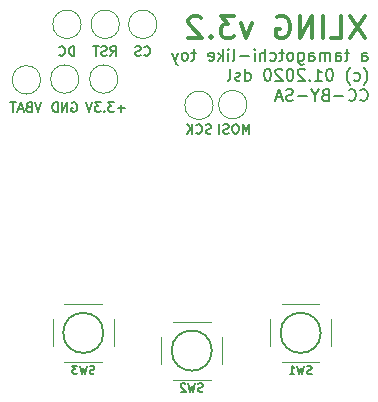
<source format=gbo>
G04 #@! TF.GenerationSoftware,KiCad,Pcbnew,5.0.2+dfsg1-1*
G04 #@! TF.CreationDate,2020-01-14T17:08:53+01:00*
G04 #@! TF.ProjectId,xling,786c696e-672e-46b6-9963-61645f706362,3.2*
G04 #@! TF.SameCoordinates,Original*
G04 #@! TF.FileFunction,Legend,Bot*
G04 #@! TF.FilePolarity,Positive*
%FSLAX46Y46*%
G04 Gerber Fmt 4.6, Leading zero omitted, Abs format (unit mm)*
G04 Created by KiCad (PCBNEW 5.0.2+dfsg1-1) date Tue 14 Jan 2020 17:08:53 CET*
%MOMM*%
%LPD*%
G01*
G04 APERTURE LIST*
%ADD10C,0.200000*%
%ADD11C,0.350000*%
%ADD12C,0.150000*%
%ADD13C,0.120000*%
G04 APERTURE END LIST*
D10*
X71323071Y-57791309D02*
X71208785Y-57829404D01*
X71018309Y-57829404D01*
X70942119Y-57791309D01*
X70904023Y-57753214D01*
X70865928Y-57677023D01*
X70865928Y-57600833D01*
X70904023Y-57524642D01*
X70942119Y-57486547D01*
X71018309Y-57448452D01*
X71170690Y-57410357D01*
X71246880Y-57372261D01*
X71284976Y-57334166D01*
X71323071Y-57257976D01*
X71323071Y-57181785D01*
X71284976Y-57105595D01*
X71246880Y-57067500D01*
X71170690Y-57029404D01*
X70980214Y-57029404D01*
X70865928Y-57067500D01*
X70065928Y-57753214D02*
X70104023Y-57791309D01*
X70218309Y-57829404D01*
X70294500Y-57829404D01*
X70408785Y-57791309D01*
X70484976Y-57715119D01*
X70523071Y-57638928D01*
X70561166Y-57486547D01*
X70561166Y-57372261D01*
X70523071Y-57219880D01*
X70484976Y-57143690D01*
X70408785Y-57067500D01*
X70294500Y-57029404D01*
X70218309Y-57029404D01*
X70104023Y-57067500D01*
X70065928Y-57105595D01*
X69723071Y-57829404D02*
X69723071Y-57029404D01*
X69265928Y-57829404D02*
X69608785Y-57372261D01*
X69265928Y-57029404D02*
X69723071Y-57486547D01*
X74536142Y-57829404D02*
X74536142Y-57029404D01*
X74269476Y-57600833D01*
X74002809Y-57029404D01*
X74002809Y-57829404D01*
X73469476Y-57029404D02*
X73317095Y-57029404D01*
X73240904Y-57067500D01*
X73164714Y-57143690D01*
X73126619Y-57296071D01*
X73126619Y-57562738D01*
X73164714Y-57715119D01*
X73240904Y-57791309D01*
X73317095Y-57829404D01*
X73469476Y-57829404D01*
X73545666Y-57791309D01*
X73621857Y-57715119D01*
X73659952Y-57562738D01*
X73659952Y-57296071D01*
X73621857Y-57143690D01*
X73545666Y-57067500D01*
X73469476Y-57029404D01*
X72821857Y-57791309D02*
X72707571Y-57829404D01*
X72517095Y-57829404D01*
X72440904Y-57791309D01*
X72402809Y-57753214D01*
X72364714Y-57677023D01*
X72364714Y-57600833D01*
X72402809Y-57524642D01*
X72440904Y-57486547D01*
X72517095Y-57448452D01*
X72669476Y-57410357D01*
X72745666Y-57372261D01*
X72783761Y-57334166D01*
X72821857Y-57257976D01*
X72821857Y-57181785D01*
X72783761Y-57105595D01*
X72745666Y-57067500D01*
X72669476Y-57029404D01*
X72479000Y-57029404D01*
X72364714Y-57067500D01*
X72021857Y-57829404D02*
X72021857Y-57029404D01*
X59728023Y-51225404D02*
X59728023Y-50425404D01*
X59537547Y-50425404D01*
X59423261Y-50463500D01*
X59347071Y-50539690D01*
X59308976Y-50615880D01*
X59270880Y-50768261D01*
X59270880Y-50882547D01*
X59308976Y-51034928D01*
X59347071Y-51111119D01*
X59423261Y-51187309D01*
X59537547Y-51225404D01*
X59728023Y-51225404D01*
X58470880Y-51149214D02*
X58508976Y-51187309D01*
X58623261Y-51225404D01*
X58699452Y-51225404D01*
X58813738Y-51187309D01*
X58889928Y-51111119D01*
X58928023Y-51034928D01*
X58966119Y-50882547D01*
X58966119Y-50768261D01*
X58928023Y-50615880D01*
X58889928Y-50539690D01*
X58813738Y-50463500D01*
X58699452Y-50425404D01*
X58623261Y-50425404D01*
X58508976Y-50463500D01*
X58470880Y-50501595D01*
X62795095Y-51225404D02*
X63061761Y-50844452D01*
X63252238Y-51225404D02*
X63252238Y-50425404D01*
X62947476Y-50425404D01*
X62871285Y-50463500D01*
X62833190Y-50501595D01*
X62795095Y-50577785D01*
X62795095Y-50692071D01*
X62833190Y-50768261D01*
X62871285Y-50806357D01*
X62947476Y-50844452D01*
X63252238Y-50844452D01*
X62490333Y-51187309D02*
X62376047Y-51225404D01*
X62185571Y-51225404D01*
X62109380Y-51187309D01*
X62071285Y-51149214D01*
X62033190Y-51073023D01*
X62033190Y-50996833D01*
X62071285Y-50920642D01*
X62109380Y-50882547D01*
X62185571Y-50844452D01*
X62337952Y-50806357D01*
X62414142Y-50768261D01*
X62452238Y-50730166D01*
X62490333Y-50653976D01*
X62490333Y-50577785D01*
X62452238Y-50501595D01*
X62414142Y-50463500D01*
X62337952Y-50425404D01*
X62147476Y-50425404D01*
X62033190Y-50463500D01*
X61804619Y-50425404D02*
X61347476Y-50425404D01*
X61576047Y-51225404D02*
X61576047Y-50425404D01*
X65665333Y-51149214D02*
X65703428Y-51187309D01*
X65817714Y-51225404D01*
X65893904Y-51225404D01*
X66008190Y-51187309D01*
X66084380Y-51111119D01*
X66122476Y-51034928D01*
X66160571Y-50882547D01*
X66160571Y-50768261D01*
X66122476Y-50615880D01*
X66084380Y-50539690D01*
X66008190Y-50463500D01*
X65893904Y-50425404D01*
X65817714Y-50425404D01*
X65703428Y-50463500D01*
X65665333Y-50501595D01*
X65360571Y-51187309D02*
X65246285Y-51225404D01*
X65055809Y-51225404D01*
X64979619Y-51187309D01*
X64941523Y-51149214D01*
X64903428Y-51073023D01*
X64903428Y-50996833D01*
X64941523Y-50920642D01*
X64979619Y-50882547D01*
X65055809Y-50844452D01*
X65208190Y-50806357D01*
X65284380Y-50768261D01*
X65322476Y-50730166D01*
X65360571Y-50653976D01*
X65360571Y-50577785D01*
X65322476Y-50501595D01*
X65284380Y-50463500D01*
X65208190Y-50425404D01*
X65017714Y-50425404D01*
X64903428Y-50463500D01*
X56940285Y-55187904D02*
X56673619Y-55987904D01*
X56406952Y-55187904D01*
X55873619Y-55568857D02*
X55759333Y-55606952D01*
X55721238Y-55645047D01*
X55683142Y-55721238D01*
X55683142Y-55835523D01*
X55721238Y-55911714D01*
X55759333Y-55949809D01*
X55835523Y-55987904D01*
X56140285Y-55987904D01*
X56140285Y-55187904D01*
X55873619Y-55187904D01*
X55797428Y-55226000D01*
X55759333Y-55264095D01*
X55721238Y-55340285D01*
X55721238Y-55416476D01*
X55759333Y-55492666D01*
X55797428Y-55530761D01*
X55873619Y-55568857D01*
X56140285Y-55568857D01*
X55378380Y-55759333D02*
X54997428Y-55759333D01*
X55454571Y-55987904D02*
X55187904Y-55187904D01*
X54921238Y-55987904D01*
X54768857Y-55187904D02*
X54311714Y-55187904D01*
X54540285Y-55987904D02*
X54540285Y-55187904D01*
X59537523Y-55226000D02*
X59613714Y-55187904D01*
X59728000Y-55187904D01*
X59842285Y-55226000D01*
X59918476Y-55302190D01*
X59956571Y-55378380D01*
X59994666Y-55530761D01*
X59994666Y-55645047D01*
X59956571Y-55797428D01*
X59918476Y-55873619D01*
X59842285Y-55949809D01*
X59728000Y-55987904D01*
X59651809Y-55987904D01*
X59537523Y-55949809D01*
X59499428Y-55911714D01*
X59499428Y-55645047D01*
X59651809Y-55645047D01*
X59156571Y-55987904D02*
X59156571Y-55187904D01*
X58699428Y-55987904D01*
X58699428Y-55187904D01*
X58318476Y-55987904D02*
X58318476Y-55187904D01*
X58128000Y-55187904D01*
X58013714Y-55226000D01*
X57937523Y-55302190D01*
X57899428Y-55378380D01*
X57861333Y-55530761D01*
X57861333Y-55645047D01*
X57899428Y-55797428D01*
X57937523Y-55873619D01*
X58013714Y-55949809D01*
X58128000Y-55987904D01*
X58318476Y-55987904D01*
X64020500Y-55683142D02*
X63410976Y-55683142D01*
X63715738Y-55987904D02*
X63715738Y-55378380D01*
X63106214Y-55187904D02*
X62610976Y-55187904D01*
X62877642Y-55492666D01*
X62763357Y-55492666D01*
X62687166Y-55530761D01*
X62649071Y-55568857D01*
X62610976Y-55645047D01*
X62610976Y-55835523D01*
X62649071Y-55911714D01*
X62687166Y-55949809D01*
X62763357Y-55987904D01*
X62991928Y-55987904D01*
X63068119Y-55949809D01*
X63106214Y-55911714D01*
X62268119Y-55911714D02*
X62230023Y-55949809D01*
X62268119Y-55987904D01*
X62306214Y-55949809D01*
X62268119Y-55911714D01*
X62268119Y-55987904D01*
X61963357Y-55187904D02*
X61468119Y-55187904D01*
X61734785Y-55492666D01*
X61620500Y-55492666D01*
X61544309Y-55530761D01*
X61506214Y-55568857D01*
X61468119Y-55645047D01*
X61468119Y-55835523D01*
X61506214Y-55911714D01*
X61544309Y-55949809D01*
X61620500Y-55987904D01*
X61849071Y-55987904D01*
X61925261Y-55949809D01*
X61963357Y-55911714D01*
X61239547Y-55187904D02*
X60972880Y-55987904D01*
X60706214Y-55187904D01*
X84102833Y-51647880D02*
X84102833Y-51124071D01*
X84150452Y-51028833D01*
X84245690Y-50981214D01*
X84436166Y-50981214D01*
X84531404Y-51028833D01*
X84102833Y-51600261D02*
X84198071Y-51647880D01*
X84436166Y-51647880D01*
X84531404Y-51600261D01*
X84579023Y-51505023D01*
X84579023Y-51409785D01*
X84531404Y-51314547D01*
X84436166Y-51266928D01*
X84198071Y-51266928D01*
X84102833Y-51219309D01*
X83007595Y-50981214D02*
X82626642Y-50981214D01*
X82864738Y-50647880D02*
X82864738Y-51505023D01*
X82817119Y-51600261D01*
X82721880Y-51647880D01*
X82626642Y-51647880D01*
X81864738Y-51647880D02*
X81864738Y-51124071D01*
X81912357Y-51028833D01*
X82007595Y-50981214D01*
X82198071Y-50981214D01*
X82293309Y-51028833D01*
X81864738Y-51600261D02*
X81959976Y-51647880D01*
X82198071Y-51647880D01*
X82293309Y-51600261D01*
X82340928Y-51505023D01*
X82340928Y-51409785D01*
X82293309Y-51314547D01*
X82198071Y-51266928D01*
X81959976Y-51266928D01*
X81864738Y-51219309D01*
X81388547Y-51647880D02*
X81388547Y-50981214D01*
X81388547Y-51076452D02*
X81340928Y-51028833D01*
X81245690Y-50981214D01*
X81102833Y-50981214D01*
X81007595Y-51028833D01*
X80959976Y-51124071D01*
X80959976Y-51647880D01*
X80959976Y-51124071D02*
X80912357Y-51028833D01*
X80817119Y-50981214D01*
X80674261Y-50981214D01*
X80579023Y-51028833D01*
X80531404Y-51124071D01*
X80531404Y-51647880D01*
X79626642Y-51647880D02*
X79626642Y-51124071D01*
X79674261Y-51028833D01*
X79769500Y-50981214D01*
X79959976Y-50981214D01*
X80055214Y-51028833D01*
X79626642Y-51600261D02*
X79721880Y-51647880D01*
X79959976Y-51647880D01*
X80055214Y-51600261D01*
X80102833Y-51505023D01*
X80102833Y-51409785D01*
X80055214Y-51314547D01*
X79959976Y-51266928D01*
X79721880Y-51266928D01*
X79626642Y-51219309D01*
X78721880Y-50981214D02*
X78721880Y-51790738D01*
X78769500Y-51885976D01*
X78817119Y-51933595D01*
X78912357Y-51981214D01*
X79055214Y-51981214D01*
X79150452Y-51933595D01*
X78721880Y-51600261D02*
X78817119Y-51647880D01*
X79007595Y-51647880D01*
X79102833Y-51600261D01*
X79150452Y-51552642D01*
X79198071Y-51457404D01*
X79198071Y-51171690D01*
X79150452Y-51076452D01*
X79102833Y-51028833D01*
X79007595Y-50981214D01*
X78817119Y-50981214D01*
X78721880Y-51028833D01*
X78102833Y-51647880D02*
X78198071Y-51600261D01*
X78245690Y-51552642D01*
X78293309Y-51457404D01*
X78293309Y-51171690D01*
X78245690Y-51076452D01*
X78198071Y-51028833D01*
X78102833Y-50981214D01*
X77959976Y-50981214D01*
X77864738Y-51028833D01*
X77817119Y-51076452D01*
X77769500Y-51171690D01*
X77769500Y-51457404D01*
X77817119Y-51552642D01*
X77864738Y-51600261D01*
X77959976Y-51647880D01*
X78102833Y-51647880D01*
X77483785Y-50981214D02*
X77102833Y-50981214D01*
X77340928Y-50647880D02*
X77340928Y-51505023D01*
X77293309Y-51600261D01*
X77198071Y-51647880D01*
X77102833Y-51647880D01*
X76340928Y-51600261D02*
X76436166Y-51647880D01*
X76626642Y-51647880D01*
X76721880Y-51600261D01*
X76769500Y-51552642D01*
X76817119Y-51457404D01*
X76817119Y-51171690D01*
X76769500Y-51076452D01*
X76721880Y-51028833D01*
X76626642Y-50981214D01*
X76436166Y-50981214D01*
X76340928Y-51028833D01*
X75912357Y-51647880D02*
X75912357Y-50647880D01*
X75483785Y-51647880D02*
X75483785Y-51124071D01*
X75531404Y-51028833D01*
X75626642Y-50981214D01*
X75769500Y-50981214D01*
X75864738Y-51028833D01*
X75912357Y-51076452D01*
X75007595Y-51647880D02*
X75007595Y-50981214D01*
X75007595Y-50647880D02*
X75055214Y-50695500D01*
X75007595Y-50743119D01*
X74959976Y-50695500D01*
X75007595Y-50647880D01*
X75007595Y-50743119D01*
X74531404Y-51266928D02*
X73769500Y-51266928D01*
X73150452Y-51647880D02*
X73245690Y-51600261D01*
X73293309Y-51505023D01*
X73293309Y-50647880D01*
X72769500Y-51647880D02*
X72769500Y-50981214D01*
X72769500Y-50647880D02*
X72817119Y-50695500D01*
X72769500Y-50743119D01*
X72721880Y-50695500D01*
X72769500Y-50647880D01*
X72769500Y-50743119D01*
X72293309Y-51647880D02*
X72293309Y-50647880D01*
X72198071Y-51266928D02*
X71912357Y-51647880D01*
X71912357Y-50981214D02*
X72293309Y-51362166D01*
X71102833Y-51600261D02*
X71198071Y-51647880D01*
X71388547Y-51647880D01*
X71483785Y-51600261D01*
X71531404Y-51505023D01*
X71531404Y-51124071D01*
X71483785Y-51028833D01*
X71388547Y-50981214D01*
X71198071Y-50981214D01*
X71102833Y-51028833D01*
X71055214Y-51124071D01*
X71055214Y-51219309D01*
X71531404Y-51314547D01*
X70007595Y-50981214D02*
X69626642Y-50981214D01*
X69864738Y-50647880D02*
X69864738Y-51505023D01*
X69817119Y-51600261D01*
X69721880Y-51647880D01*
X69626642Y-51647880D01*
X69150452Y-51647880D02*
X69245690Y-51600261D01*
X69293309Y-51552642D01*
X69340928Y-51457404D01*
X69340928Y-51171690D01*
X69293309Y-51076452D01*
X69245690Y-51028833D01*
X69150452Y-50981214D01*
X69007595Y-50981214D01*
X68912357Y-51028833D01*
X68864738Y-51076452D01*
X68817119Y-51171690D01*
X68817119Y-51457404D01*
X68864738Y-51552642D01*
X68912357Y-51600261D01*
X69007595Y-51647880D01*
X69150452Y-51647880D01*
X68483785Y-50981214D02*
X68245690Y-51647880D01*
X68007595Y-50981214D02*
X68245690Y-51647880D01*
X68340928Y-51885976D01*
X68388547Y-51933595D01*
X68483785Y-51981214D01*
X84245690Y-53728833D02*
X84293309Y-53681214D01*
X84388547Y-53538357D01*
X84436166Y-53443119D01*
X84483785Y-53300261D01*
X84531404Y-53062166D01*
X84531404Y-52871690D01*
X84483785Y-52633595D01*
X84436166Y-52490738D01*
X84388547Y-52395500D01*
X84293309Y-52252642D01*
X84245690Y-52205023D01*
X83436166Y-53300261D02*
X83531404Y-53347880D01*
X83721880Y-53347880D01*
X83817119Y-53300261D01*
X83864738Y-53252642D01*
X83912357Y-53157404D01*
X83912357Y-52871690D01*
X83864738Y-52776452D01*
X83817119Y-52728833D01*
X83721880Y-52681214D01*
X83531404Y-52681214D01*
X83436166Y-52728833D01*
X83102833Y-53728833D02*
X83055214Y-53681214D01*
X82959976Y-53538357D01*
X82912357Y-53443119D01*
X82864738Y-53300261D01*
X82817119Y-53062166D01*
X82817119Y-52871690D01*
X82864738Y-52633595D01*
X82912357Y-52490738D01*
X82959976Y-52395500D01*
X83055214Y-52252642D01*
X83102833Y-52205023D01*
X81388547Y-52347880D02*
X81293309Y-52347880D01*
X81198071Y-52395500D01*
X81150452Y-52443119D01*
X81102833Y-52538357D01*
X81055214Y-52728833D01*
X81055214Y-52966928D01*
X81102833Y-53157404D01*
X81150452Y-53252642D01*
X81198071Y-53300261D01*
X81293309Y-53347880D01*
X81388547Y-53347880D01*
X81483785Y-53300261D01*
X81531404Y-53252642D01*
X81579023Y-53157404D01*
X81626642Y-52966928D01*
X81626642Y-52728833D01*
X81579023Y-52538357D01*
X81531404Y-52443119D01*
X81483785Y-52395500D01*
X81388547Y-52347880D01*
X80102833Y-53347880D02*
X80674261Y-53347880D01*
X80388547Y-53347880D02*
X80388547Y-52347880D01*
X80483785Y-52490738D01*
X80579023Y-52585976D01*
X80674261Y-52633595D01*
X79674261Y-53252642D02*
X79626642Y-53300261D01*
X79674261Y-53347880D01*
X79721880Y-53300261D01*
X79674261Y-53252642D01*
X79674261Y-53347880D01*
X79245690Y-52443119D02*
X79198071Y-52395500D01*
X79102833Y-52347880D01*
X78864738Y-52347880D01*
X78769500Y-52395500D01*
X78721880Y-52443119D01*
X78674261Y-52538357D01*
X78674261Y-52633595D01*
X78721880Y-52776452D01*
X79293309Y-53347880D01*
X78674261Y-53347880D01*
X78055214Y-52347880D02*
X77959976Y-52347880D01*
X77864738Y-52395500D01*
X77817119Y-52443119D01*
X77769500Y-52538357D01*
X77721880Y-52728833D01*
X77721880Y-52966928D01*
X77769500Y-53157404D01*
X77817119Y-53252642D01*
X77864738Y-53300261D01*
X77959976Y-53347880D01*
X78055214Y-53347880D01*
X78150452Y-53300261D01*
X78198071Y-53252642D01*
X78245690Y-53157404D01*
X78293309Y-52966928D01*
X78293309Y-52728833D01*
X78245690Y-52538357D01*
X78198071Y-52443119D01*
X78150452Y-52395500D01*
X78055214Y-52347880D01*
X77340928Y-52443119D02*
X77293309Y-52395500D01*
X77198071Y-52347880D01*
X76959976Y-52347880D01*
X76864738Y-52395500D01*
X76817119Y-52443119D01*
X76769500Y-52538357D01*
X76769500Y-52633595D01*
X76817119Y-52776452D01*
X77388547Y-53347880D01*
X76769500Y-53347880D01*
X76150452Y-52347880D02*
X76055214Y-52347880D01*
X75959976Y-52395500D01*
X75912357Y-52443119D01*
X75864738Y-52538357D01*
X75817119Y-52728833D01*
X75817119Y-52966928D01*
X75864738Y-53157404D01*
X75912357Y-53252642D01*
X75959976Y-53300261D01*
X76055214Y-53347880D01*
X76150452Y-53347880D01*
X76245690Y-53300261D01*
X76293309Y-53252642D01*
X76340928Y-53157404D01*
X76388547Y-52966928D01*
X76388547Y-52728833D01*
X76340928Y-52538357D01*
X76293309Y-52443119D01*
X76245690Y-52395500D01*
X76150452Y-52347880D01*
X74198071Y-53347880D02*
X74198071Y-52347880D01*
X74198071Y-53300261D02*
X74293309Y-53347880D01*
X74483785Y-53347880D01*
X74579023Y-53300261D01*
X74626642Y-53252642D01*
X74674261Y-53157404D01*
X74674261Y-52871690D01*
X74626642Y-52776452D01*
X74579023Y-52728833D01*
X74483785Y-52681214D01*
X74293309Y-52681214D01*
X74198071Y-52728833D01*
X73769500Y-53300261D02*
X73674261Y-53347880D01*
X73483785Y-53347880D01*
X73388547Y-53300261D01*
X73340928Y-53205023D01*
X73340928Y-53157404D01*
X73388547Y-53062166D01*
X73483785Y-53014547D01*
X73626642Y-53014547D01*
X73721880Y-52966928D01*
X73769500Y-52871690D01*
X73769500Y-52824071D01*
X73721880Y-52728833D01*
X73626642Y-52681214D01*
X73483785Y-52681214D01*
X73388547Y-52728833D01*
X72769500Y-53347880D02*
X72864738Y-53300261D01*
X72912357Y-53205023D01*
X72912357Y-52347880D01*
X83959976Y-54952642D02*
X84007595Y-55000261D01*
X84150452Y-55047880D01*
X84245690Y-55047880D01*
X84388547Y-55000261D01*
X84483785Y-54905023D01*
X84531404Y-54809785D01*
X84579023Y-54619309D01*
X84579023Y-54476452D01*
X84531404Y-54285976D01*
X84483785Y-54190738D01*
X84388547Y-54095500D01*
X84245690Y-54047880D01*
X84150452Y-54047880D01*
X84007595Y-54095500D01*
X83959976Y-54143119D01*
X82959976Y-54952642D02*
X83007595Y-55000261D01*
X83150452Y-55047880D01*
X83245690Y-55047880D01*
X83388547Y-55000261D01*
X83483785Y-54905023D01*
X83531404Y-54809785D01*
X83579023Y-54619309D01*
X83579023Y-54476452D01*
X83531404Y-54285976D01*
X83483785Y-54190738D01*
X83388547Y-54095500D01*
X83245690Y-54047880D01*
X83150452Y-54047880D01*
X83007595Y-54095500D01*
X82959976Y-54143119D01*
X82531404Y-54666928D02*
X81769500Y-54666928D01*
X80959976Y-54524071D02*
X80817119Y-54571690D01*
X80769500Y-54619309D01*
X80721880Y-54714547D01*
X80721880Y-54857404D01*
X80769500Y-54952642D01*
X80817119Y-55000261D01*
X80912357Y-55047880D01*
X81293309Y-55047880D01*
X81293309Y-54047880D01*
X80959976Y-54047880D01*
X80864738Y-54095500D01*
X80817119Y-54143119D01*
X80769500Y-54238357D01*
X80769500Y-54333595D01*
X80817119Y-54428833D01*
X80864738Y-54476452D01*
X80959976Y-54524071D01*
X81293309Y-54524071D01*
X80102833Y-54571690D02*
X80102833Y-55047880D01*
X80436166Y-54047880D02*
X80102833Y-54571690D01*
X79769500Y-54047880D01*
X79436166Y-54666928D02*
X78674261Y-54666928D01*
X78245690Y-55000261D02*
X78102833Y-55047880D01*
X77864738Y-55047880D01*
X77769500Y-55000261D01*
X77721880Y-54952642D01*
X77674261Y-54857404D01*
X77674261Y-54762166D01*
X77721880Y-54666928D01*
X77769500Y-54619309D01*
X77864738Y-54571690D01*
X78055214Y-54524071D01*
X78150452Y-54476452D01*
X78198071Y-54428833D01*
X78245690Y-54333595D01*
X78245690Y-54238357D01*
X78198071Y-54143119D01*
X78150452Y-54095500D01*
X78055214Y-54047880D01*
X77817119Y-54047880D01*
X77674261Y-54095500D01*
X77293309Y-54762166D02*
X76817119Y-54762166D01*
X77388547Y-55047880D02*
X77055214Y-54047880D01*
X76721880Y-55047880D01*
D11*
X84337071Y-47854523D02*
X83070404Y-49754523D01*
X83070404Y-47854523D02*
X84337071Y-49754523D01*
X81441833Y-49754523D02*
X82346595Y-49754523D01*
X82346595Y-47854523D01*
X80808500Y-49754523D02*
X80808500Y-47854523D01*
X79903738Y-49754523D02*
X79903738Y-47854523D01*
X78818023Y-49754523D01*
X78818023Y-47854523D01*
X76918023Y-47945000D02*
X77098976Y-47854523D01*
X77370404Y-47854523D01*
X77641833Y-47945000D01*
X77822785Y-48125952D01*
X77913261Y-48306904D01*
X78003738Y-48668809D01*
X78003738Y-48940238D01*
X77913261Y-49302142D01*
X77822785Y-49483095D01*
X77641833Y-49664047D01*
X77370404Y-49754523D01*
X77189452Y-49754523D01*
X76918023Y-49664047D01*
X76827547Y-49573571D01*
X76827547Y-48940238D01*
X77189452Y-48940238D01*
X74746595Y-48487857D02*
X74294214Y-49754523D01*
X73841833Y-48487857D01*
X73298976Y-47854523D02*
X72122785Y-47854523D01*
X72756119Y-48578333D01*
X72484690Y-48578333D01*
X72303738Y-48668809D01*
X72213261Y-48759285D01*
X72122785Y-48940238D01*
X72122785Y-49392619D01*
X72213261Y-49573571D01*
X72303738Y-49664047D01*
X72484690Y-49754523D01*
X73027547Y-49754523D01*
X73208500Y-49664047D01*
X73298976Y-49573571D01*
X71308500Y-49573571D02*
X71218023Y-49664047D01*
X71308500Y-49754523D01*
X71398976Y-49664047D01*
X71308500Y-49573571D01*
X71308500Y-49754523D01*
X70494214Y-48035476D02*
X70403738Y-47945000D01*
X70222785Y-47854523D01*
X69770404Y-47854523D01*
X69589452Y-47945000D01*
X69498976Y-48035476D01*
X69408500Y-48216428D01*
X69408500Y-48397380D01*
X69498976Y-48668809D01*
X70584690Y-49754523D01*
X69408500Y-49754523D01*
D12*
G04 #@! TO.C,SW1*
X80600000Y-74700000D02*
G75*
G03X80600000Y-74700000I-1700000J0D01*
G01*
D13*
X77300000Y-72250000D02*
X80500000Y-72250000D01*
X77300000Y-77150000D02*
X80500000Y-77150000D01*
X81500000Y-75850000D02*
X81500000Y-73550000D01*
X76300000Y-75850000D02*
X76300000Y-73550000D01*
D12*
G04 #@! TO.C,SW2*
X71382000Y-76200000D02*
G75*
G03X71382000Y-76200000I-1700000J0D01*
G01*
D13*
X68082000Y-73750000D02*
X71282000Y-73750000D01*
X68082000Y-78650000D02*
X71282000Y-78650000D01*
X72282000Y-77350000D02*
X72282000Y-75050000D01*
X67082000Y-77350000D02*
X67082000Y-75050000D01*
D12*
G04 #@! TO.C,SW3*
X62200000Y-74700000D02*
G75*
G03X62200000Y-74700000I-1700000J0D01*
G01*
D13*
X58900000Y-72250000D02*
X62100000Y-72250000D01*
X58900000Y-77150000D02*
X62100000Y-77150000D01*
X63100000Y-75850000D02*
X63100000Y-73550000D01*
X57900000Y-75850000D02*
X57900000Y-73550000D01*
G04 #@! TO.C,TP1*
X63430000Y-53213000D02*
G75*
G03X63430000Y-53213000I-1200000J0D01*
G01*
G04 #@! TO.C,TP2*
X56889500Y-53276500D02*
G75*
G03X56889500Y-53276500I-1200000J0D01*
G01*
G04 #@! TO.C,TP5*
X60128000Y-53213000D02*
G75*
G03X60128000Y-53213000I-1200000J0D01*
G01*
G04 #@! TO.C,TP3*
X71494500Y-55435500D02*
G75*
G03X71494500Y-55435500I-1200000J0D01*
G01*
G04 #@! TO.C,TP4*
X74352000Y-55372000D02*
G75*
G03X74352000Y-55372000I-1200000J0D01*
G01*
G04 #@! TO.C,TP6*
X66732000Y-48577500D02*
G75*
G03X66732000Y-48577500I-1200000J0D01*
G01*
G04 #@! TO.C,TP7*
X60318500Y-48577500D02*
G75*
G03X60318500Y-48577500I-1200000J0D01*
G01*
G04 #@! TO.C,TP8*
X63557000Y-48577500D02*
G75*
G03X63557000Y-48577500I-1200000J0D01*
G01*
G04 #@! TO.C,SW1*
D12*
X79833333Y-78159333D02*
X79733333Y-78192666D01*
X79566666Y-78192666D01*
X79500000Y-78159333D01*
X79466666Y-78126000D01*
X79433333Y-78059333D01*
X79433333Y-77992666D01*
X79466666Y-77926000D01*
X79500000Y-77892666D01*
X79566666Y-77859333D01*
X79700000Y-77826000D01*
X79766666Y-77792666D01*
X79800000Y-77759333D01*
X79833333Y-77692666D01*
X79833333Y-77626000D01*
X79800000Y-77559333D01*
X79766666Y-77526000D01*
X79700000Y-77492666D01*
X79533333Y-77492666D01*
X79433333Y-77526000D01*
X79200000Y-77492666D02*
X79033333Y-78192666D01*
X78900000Y-77692666D01*
X78766666Y-78192666D01*
X78600000Y-77492666D01*
X77966666Y-78192666D02*
X78366666Y-78192666D01*
X78166666Y-78192666D02*
X78166666Y-77492666D01*
X78233333Y-77592666D01*
X78300000Y-77659333D01*
X78366666Y-77692666D01*
G04 #@! TO.C,SW2*
X70615333Y-79633333D02*
X70515333Y-79666666D01*
X70348666Y-79666666D01*
X70282000Y-79633333D01*
X70248666Y-79600000D01*
X70215333Y-79533333D01*
X70215333Y-79466666D01*
X70248666Y-79400000D01*
X70282000Y-79366666D01*
X70348666Y-79333333D01*
X70482000Y-79300000D01*
X70548666Y-79266666D01*
X70582000Y-79233333D01*
X70615333Y-79166666D01*
X70615333Y-79100000D01*
X70582000Y-79033333D01*
X70548666Y-79000000D01*
X70482000Y-78966666D01*
X70315333Y-78966666D01*
X70215333Y-79000000D01*
X69982000Y-78966666D02*
X69815333Y-79666666D01*
X69682000Y-79166666D01*
X69548666Y-79666666D01*
X69382000Y-78966666D01*
X69148666Y-79033333D02*
X69115333Y-79000000D01*
X69048666Y-78966666D01*
X68882000Y-78966666D01*
X68815333Y-79000000D01*
X68782000Y-79033333D01*
X68748666Y-79100000D01*
X68748666Y-79166666D01*
X68782000Y-79266666D01*
X69182000Y-79666666D01*
X68748666Y-79666666D01*
G04 #@! TO.C,SW3*
X61433333Y-78136333D02*
X61333333Y-78169666D01*
X61166666Y-78169666D01*
X61100000Y-78136333D01*
X61066666Y-78103000D01*
X61033333Y-78036333D01*
X61033333Y-77969666D01*
X61066666Y-77903000D01*
X61100000Y-77869666D01*
X61166666Y-77836333D01*
X61300000Y-77803000D01*
X61366666Y-77769666D01*
X61400000Y-77736333D01*
X61433333Y-77669666D01*
X61433333Y-77603000D01*
X61400000Y-77536333D01*
X61366666Y-77503000D01*
X61300000Y-77469666D01*
X61133333Y-77469666D01*
X61033333Y-77503000D01*
X60800000Y-77469666D02*
X60633333Y-78169666D01*
X60500000Y-77669666D01*
X60366666Y-78169666D01*
X60200000Y-77469666D01*
X60000000Y-77469666D02*
X59566666Y-77469666D01*
X59800000Y-77736333D01*
X59700000Y-77736333D01*
X59633333Y-77769666D01*
X59600000Y-77803000D01*
X59566666Y-77869666D01*
X59566666Y-78036333D01*
X59600000Y-78103000D01*
X59633333Y-78136333D01*
X59700000Y-78169666D01*
X59900000Y-78169666D01*
X59966666Y-78136333D01*
X60000000Y-78103000D01*
G04 #@! TD*
M02*

</source>
